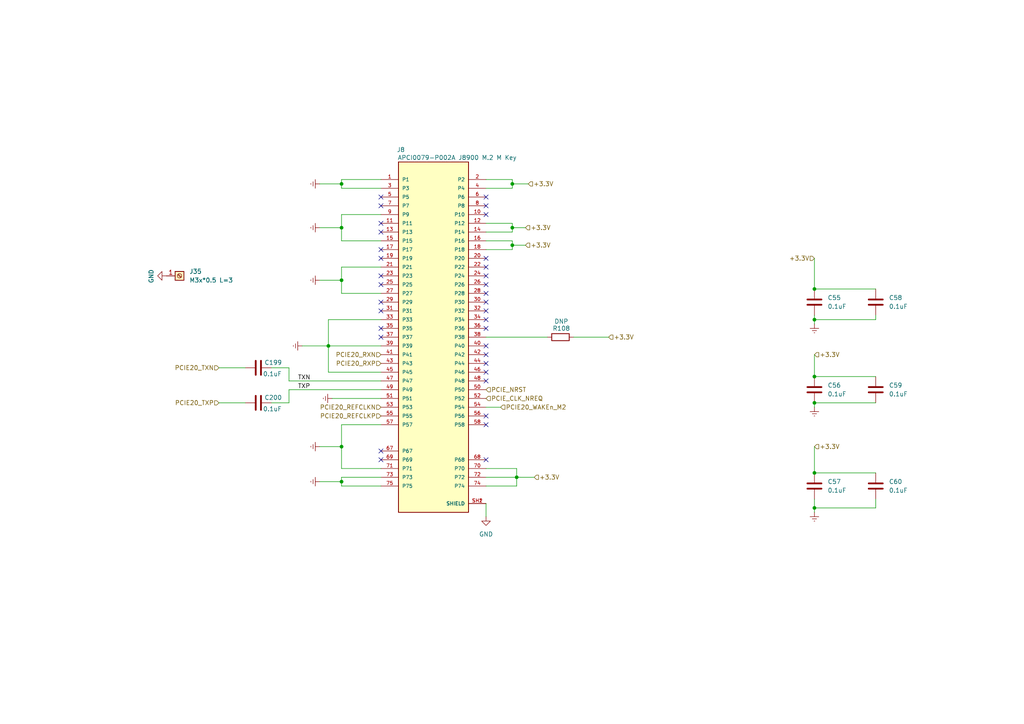
<source format=kicad_sch>
(kicad_sch (version 20250114) (generator "eeschema") (generator_version "9.0")
  (paper "A4")
  (lib_symbols
    (symbol "Connector:Screw_Terminal_01x01" (pin_names (offset 1.016) (hide yes))
      (property "Reference" "J35" (at 2.8515 1.2701 0))
      (property "Value" "M3x*0.5 L=3" (at 2.8515 -1.2699 0))
      (symbol "Screw_Terminal_01x01_1_1"
        (rectangle (start -1.27 1.27) (end 1.27 -1.27) (stroke (width 0.254)) (fill (type background)))
        (polyline (pts (xy -0.5334 0.3302) (xy 0.3302 -0.508)) (stroke (width 0.1524)))
        (polyline (pts (xy -0.3556 0.508) (xy 0.508 -0.3302)) (stroke (width 0.1524)))
        (circle (center 0 0) (radius 0.635) (stroke (width 0.1524)))
        (pin input line (at -3.81 0 0) (length 2.54) (name "1") (number "1"))
      )
    )
    (symbol "Device:C" (pin_numbers (hide yes)) (pin_names (offset 0.254))
      (property "Reference" "C" (at 0.635 2.54 0))
      (property "Value" "C" (at 0.635 -2.54 0))
      (symbol "C_0_1"
        (polyline (pts (xy -2.032 0.762) (xy 2.032 0.762)) (stroke (width 0.508)))
        (polyline (pts (xy -2.032 -0.762) (xy 2.032 -0.762)) (stroke (width 0.508)))
      )
      (symbol "C_1_1"
        (pin passive line (at 0 3.81 270) (length 2.794) (name "~") (number "1"))
        (pin passive line (at 0 -3.81 90) (length 2.794) (name "~") (number "2"))
      )
    )
    (symbol "Device:R" (pin_numbers (hide yes)) (pin_names (offset 0))
      (property "Reference" "R" (at 2.032 0 90))
      (property "Value" "R" (at 0 0 90))
      (symbol "R_0_1"
        (rectangle (start -1.016 -2.54) (end 1.016 2.54) (stroke (width 0.254)))
      )
      (symbol "R_1_1"
        (pin passive line (at 0 3.81 270) (length 1.27) (name "~") (number "1"))
        (pin passive line (at 0 -3.81 90) (length 1.27) (name "~") (number "2"))
      )
    )
    (symbol "Library:C" (pin_numbers (hide yes)) (pin_names (offset 0.254))
      (property "Reference" "C" (at 0.635 2.54 0))
      (property "Value" "C" (at 0.635 -2.54 0))
      (symbol "C_0_1"
        (polyline (pts (xy -2.032 0.762) (xy 2.032 0.762)) (stroke (width 0.508)))
        (polyline (pts (xy -2.032 -0.762) (xy 2.032 -0.762)) (stroke (width 0.508)))
      )
      (symbol "C_1_1"
        (pin passive line (at 0 3.81 270) (length 2.794) (name "~") (number "1"))
        (pin passive line (at 0 -3.81 90) (length 2.794) (name "~") (number "2"))
      )
    )
    (symbol "M.2TE:1-2199119-5" (pin_names (offset 1.016))
      (property "Reference" "J" (at -10.1938 51.7746 0))
      (property "Value" "1-2199119-5" (at -10.1934 -53.5506 0))
      (symbol "1-2199119-5_0_0"
        (rectangle (start -10.16 -50.8) (end 10.16 50.8) (stroke (width 0.254)) (fill (type background)))
        (pin passive line (at -15.24 45.72 0) (length 5.08) (name "P1") (number "1"))
        (pin passive line (at -15.24 43.18 0) (length 5.08) (name "P3") (number "3"))
        (pin passive line (at -15.24 40.64 0) (length 5.08) (name "P5") (number "5"))
        (pin passive line (at -15.24 38.1 0) (length 5.08) (name "P7") (number "7"))
        (pin passive line (at -15.24 35.56 0) (length 5.08) (name "P9") (number "9"))
        (pin passive line (at -15.24 33.02 0) (length 5.08) (name "P11") (number "11"))
        (pin passive line (at -15.24 30.48 0) (length 5.08) (name "P13") (number "13"))
        (pin passive line (at -15.24 27.94 0) (length 5.08) (name "P15") (number "15"))
        (pin passive line (at -15.24 25.4 0) (length 5.08) (name "P17") (number "17"))
        (pin passive line (at -15.24 22.86 0) (length 5.08) (name "P19") (number "19"))
        (pin passive line (at -15.24 20.32 0) (length 5.08) (name "P21") (number "21"))
        (pin passive line (at -15.24 17.78 0) (length 5.08) (name "P23") (number "23"))
        (pin passive line (at -15.24 15.24 0) (length 5.08) (name "P25") (number "25"))
        (pin passive line (at -15.24 12.7 0) (length 5.08) (name "P27") (number "27"))
        (pin passive line (at -15.24 10.16 0) (length 5.08) (name "P29") (number "29"))
        (pin passive line (at -15.24 7.62 0) (length 5.08) (name "P31") (number "31"))
        (pin passive line (at -15.24 5.08 0) (length 5.08) (name "P33") (number "33"))
        (pin passive line (at -15.24 2.54 0) (length 5.08) (name "P35") (number "35"))
        (pin passive line (at -15.24 0 0) (length 5.08) (name "P37") (number "37"))
        (pin passive line (at -15.24 -2.54 0) (length 5.08) (name "P39") (number "39"))
        (pin passive line (at -15.24 -5.08 0) (length 5.08) (name "P41") (number "41"))
        (pin passive line (at -15.24 -7.62 0) (length 5.08) (name "P43") (number "43"))
        (pin passive line (at -15.24 -10.16 0) (length 5.08) (name "P45") (number "45"))
        (pin passive line (at -15.24 -12.7 0) (length 5.08) (name "P47") (number "47"))
        (pin passive line (at -15.24 -15.24 0) (length 5.08) (name "P49") (number "49"))
        (pin passive line (at -15.24 -17.78 0) (length 5.08) (name "P51") (number "51"))
        (pin passive line (at -15.24 -20.32 0) (length 5.08) (name "P53") (number "53"))
        (pin passive line (at -15.24 -22.86 0) (length 5.08) (name "P55") (number "55"))
        (pin passive line (at -15.24 -25.4 0) (length 5.08) (name "P57") (number "57"))
        (pin passive line (at -15.24 -33.02 0) (length 5.08) (name "P67") (number "67"))
        (pin passive line (at -15.24 -35.56 0) (length 5.08) (name "P69") (number "69"))
        (pin passive line (at -15.24 -38.1 0) (length 5.08) (name "P71") (number "71"))
        (pin passive line (at -15.24 -40.64 0) (length 5.08) (name "P73") (number "73"))
        (pin passive line (at -15.24 -43.18 0) (length 5.08) (name "P75") (number "75"))
        (pin passive line (at 15.24 45.72 180) (length 5.08) (name "P2") (number "2"))
        (pin passive line (at 15.24 43.18 180) (length 5.08) (name "P4") (number "4"))
        (pin passive line (at 15.24 40.64 180) (length 5.08) (name "P6") (number "6"))
        (pin passive line (at 15.24 38.1 180) (length 5.08) (name "P8") (number "8"))
        (pin passive line (at 15.24 35.56 180) (length 5.08) (name "P10") (number "10"))
        (pin passive line (at 15.24 33.02 180) (length 5.08) (name "P12") (number "12"))
        (pin passive line (at 15.24 30.48 180) (length 5.08) (name "P14") (number "14"))
        (pin passive line (at 15.24 27.94 180) (length 5.08) (name "P16") (number "16"))
        (pin passive line (at 15.24 25.4 180) (length 5.08) (name "P18") (number "18"))
        (pin passive line (at 15.24 22.86 180) (length 5.08) (name "P20") (number "20"))
        (pin passive line (at 15.24 20.32 180) (length 5.08) (name "P22") (number "22"))
        (pin passive line (at 15.24 17.78 180) (length 5.08) (name "P24") (number "24"))
        (pin passive line (at 15.24 15.24 180) (length 5.08) (name "P26") (number "26"))
        (pin passive line (at 15.24 12.7 180) (length 5.08) (name "P28") (number "28"))
        (pin passive line (at 15.24 10.16 180) (length 5.08) (name "P30") (number "30"))
        (pin passive line (at 15.24 7.62 180) (length 5.08) (name "P32") (number "32"))
        (pin passive line (at 15.24 5.08 180) (length 5.08) (name "P34") (number "34"))
        (pin passive line (at 15.24 2.54 180) (length 5.08) (name "P36") (number "36"))
        (pin passive line (at 15.24 0 180) (length 5.08) (name "P38") (number "38"))
        (pin passive line (at 15.24 -2.54 180) (length 5.08) (name "P40") (number "40"))
        (pin passive line (at 15.24 -5.08 180) (length 5.08) (name "P42") (number "42"))
        (pin passive line (at 15.24 -7.62 180) (length 5.08) (name "P44") (number "44"))
        (pin passive line (at 15.24 -10.16 180) (length 5.08) (name "P46") (number "46"))
        (pin passive line (at 15.24 -12.7 180) (length 5.08) (name "P48") (number "48"))
        (pin passive line (at 15.24 -15.24 180) (length 5.08) (name "P50") (number "50"))
        (pin passive line (at 15.24 -17.78 180) (length 5.08) (name "P52") (number "52"))
        (pin passive line (at 15.24 -20.32 180) (length 5.08) (name "P54") (number "54"))
        (pin passive line (at 15.24 -22.86 180) (length 5.08) (name "P56") (number "56"))
        (pin passive line (at 15.24 -25.4 180) (length 5.08) (name "P58") (number "58"))
        (pin passive line (at 15.24 -35.56 180) (length 5.08) (name "P68") (number "68"))
        (pin passive line (at 15.24 -38.1 180) (length 5.08) (name "P70") (number "70"))
        (pin passive line (at 15.24 -40.64 180) (length 5.08) (name "P72") (number "72"))
        (pin passive line (at 15.24 -43.18 180) (length 5.08) (name "P74") (number "74"))
        (pin passive line (at 15.24 -48.26 180) (length 5.08) (name "SHIELD") (number "SH1"))
        (pin passive line (at 15.24 -48.26 180) (length 5.08) (name "SHIELD") (number "SH2"))
      )
    )
    (symbol "power:Earth" (power) (pin_names (offset 0))
      (symbol "Earth_0_1"
        (polyline (pts (xy -0.635 -1.905) (xy 0.635 -1.905)))
        (polyline (pts (xy -0.127 -2.54) (xy 0.127 -2.54)))
        (polyline (pts (xy 0 -1.27) (xy 0 0)))
        (polyline (pts (xy 1.27 -1.27) (xy -1.27 -1.27)))
      )
      (symbol "Earth_1_1"
        (pin power_in line (at 0 0 270) (length 0) (hide yes) (name "Earth") (number "1"))
      )
    )
    (symbol "power:GND" (power) (pin_names (offset 0))
      (property "Value" "GND" (at 0 -3.81 0))
      (symbol "GND_0_1"
        (polyline (pts (xy 0 0) (xy 0 -1.27) (xy 1.27 -1.27) (xy 0 -2.54) (xy -1.27 -1.27) (xy 0 -1.27)))
      )
      (symbol "GND_1_1"
        (pin power_in line (at 0 0 270) (length 0) (hide yes) (name "GND") (number "1"))
      )
    )
  )
  (junction (at 236.22 116.84))
  (junction (at 148.59 66.04))
  (junction (at 99.06 53.34))
  (junction (at 236.22 147.32))
  (junction (at 99.06 81.28))
  (junction (at 236.22 92.71))
  (junction (at 236.22 137.16))
  (junction (at 149.86 138.43))
  (junction (at 148.59 71.12))
  (junction (at 99.06 139.7))
  (junction (at 148.59 53.34))
  (junction (at 99.06 66.04))
  (junction (at 236.22 109.22))
  (junction (at 95.25 100.33))
  (junction (at 236.22 83.82))
  (junction (at 99.06 129.54))
  (no_connect (at 110.49 130.81))
  (no_connect (at 110.49 133.35))
  (no_connect (at 140.97 123.19))
  (no_connect (at 140.97 120.65))
  (no_connect (at 140.97 110.49))
  (no_connect (at 110.49 57.15))
  (no_connect (at 110.49 59.69))
  (no_connect (at 110.49 64.77))
  (no_connect (at 110.49 67.31))
  (no_connect (at 110.49 72.39))
  (no_connect (at 110.49 74.93))
  (no_connect (at 110.49 80.01))
  (no_connect (at 110.49 82.55))
  (no_connect (at 110.49 97.79))
  (no_connect (at 140.97 105.41))
  (no_connect (at 140.97 102.87))
  (no_connect (at 140.97 100.33))
  (no_connect (at 140.97 85.09))
  (no_connect (at 110.49 87.63))
  (no_connect (at 110.49 90.17))
  (no_connect (at 110.49 95.25))
  (no_connect (at 140.97 107.95))
  (no_connect (at 140.97 95.25))
  (no_connect (at 140.97 92.71))
  (no_connect (at 140.97 90.17))
  (no_connect (at 140.97 87.63))
  (no_connect (at 140.97 133.35))
  (no_connect (at 140.97 82.55))
  (no_connect (at 140.97 80.01))
  (no_connect (at 140.97 77.47))
  (no_connect (at 140.97 74.93))
  (no_connect (at 140.97 62.23))
  (no_connect (at 140.97 59.69))
  (no_connect (at 140.97 57.15))
  (wire (pts (xy 166.37 97.79) (xy 176.53 97.79)))
  (wire (pts (xy 148.59 53.34) (xy 148.59 54.61)))
  (wire (pts (xy 110.49 77.47) (xy 99.06 77.47)))
  (wire (pts (xy 149.86 138.43) (xy 154.94 138.43)))
  (wire (pts (xy 99.06 140.97) (xy 110.49 140.97)))
  (wire (pts (xy 99.06 52.07) (xy 99.06 53.34)))
  (wire (pts (xy 148.59 66.04) (xy 152.4 66.04)))
  (wire (pts (xy 92.71 66.04) (xy 99.06 66.04)))
  (wire (pts (xy 78.74 106.68) (xy 83.82 106.68)))
  (wire (pts (xy 236.22 148.59) (xy 236.22 147.32)))
  (wire (pts (xy 149.86 140.97) (xy 149.86 138.43)))
  (wire (pts (xy 140.97 72.39) (xy 148.59 72.39)))
  (wire (pts (xy 236.22 83.82) (xy 254 83.82)))
  (wire (pts (xy 149.86 135.89) (xy 149.86 138.43)))
  (wire (pts (xy 63.5 116.84) (xy 71.12 116.84)))
  (wire (pts (xy 99.06 52.07) (xy 110.49 52.07)))
  (wire (pts (xy 140.97 135.89) (xy 149.86 135.89)))
  (wire (pts (xy 99.06 129.54) (xy 99.06 135.89)))
  (wire (pts (xy 149.86 138.43) (xy 140.97 138.43)))
  (wire (pts (xy 140.97 64.77) (xy 148.59 64.77)))
  (wire (pts (xy 99.06 62.23) (xy 99.06 66.04)))
  (wire (pts (xy 87.63 100.33) (xy 95.25 100.33)))
  (wire (pts (xy 236.22 129.54) (xy 236.22 137.16)))
  (wire (pts (xy 92.71 139.7) (xy 99.06 139.7)))
  (wire (pts (xy 145.2073 118.11) (xy 140.97 118.11)))
  (wire (pts (xy 95.25 92.71) (xy 110.49 92.71)))
  (wire (pts (xy 140.97 149.86) (xy 140.97 146.05)))
  (wire (pts (xy 148.59 69.85) (xy 148.59 71.12)))
  (wire (pts (xy 92.71 129.54) (xy 99.06 129.54)))
  (wire (pts (xy 236.22 147.32) (xy 236.22 144.78)))
  (wire (pts (xy 99.06 66.04) (xy 99.06 69.85)))
  (wire (pts (xy 83.82 113.03) (xy 110.49 113.03)))
  (wire (pts (xy 99.06 69.85) (xy 110.49 69.85)))
  (wire (pts (xy 99.06 77.47) (xy 99.06 81.28)))
  (wire (pts (xy 236.22 118.11) (xy 236.22 116.84)))
  (wire (pts (xy 236.22 91.44) (xy 236.22 92.71)))
  (wire (pts (xy 99.06 139.7) (xy 99.06 140.97)))
  (wire (pts (xy 236.22 92.71) (xy 236.22 93.98)))
  (wire (pts (xy 148.59 71.12) (xy 152.4 71.12)))
  (wire (pts (xy 110.49 138.43) (xy 99.06 138.43)))
  (wire (pts (xy 236.22 74.93) (xy 236.22 83.82)))
  (wire (pts (xy 99.06 123.19) (xy 99.06 129.54)))
  (wire (pts (xy 83.82 116.84) (xy 78.74 116.84)))
  (wire (pts (xy 99.06 54.61) (xy 110.49 54.61)))
  (wire (pts (xy 140.97 69.85) (xy 148.59 69.85)))
  (wire (pts (xy 236.22 92.71) (xy 254 92.71)))
  (wire (pts (xy 83.82 110.49) (xy 110.49 110.49)))
  (wire (pts (xy 110.49 123.19) (xy 99.06 123.19)))
  (wire (pts (xy 140.97 52.07) (xy 148.59 52.07)))
  (wire (pts (xy 236.22 147.32) (xy 254 147.32)))
  (wire (pts (xy 63.5 106.68) (xy 71.12 106.68)))
  (wire (pts (xy 148.59 52.07) (xy 148.59 53.34)))
  (wire (pts (xy 95.25 100.33) (xy 110.49 100.33)))
  (wire (pts (xy 140.97 97.79) (xy 158.75 97.79)))
  (wire (pts (xy 92.71 81.28) (xy 99.06 81.28)))
  (wire (pts (xy 99.06 53.34) (xy 99.06 54.61)))
  (wire (pts (xy 148.59 54.61) (xy 140.97 54.61)))
  (wire (pts (xy 148.59 64.77) (xy 148.59 66.04)))
  (wire (pts (xy 148.59 66.04) (xy 148.59 67.31)))
  (wire (pts (xy 92.71 53.34) (xy 99.06 53.34)))
  (wire (pts (xy 99.06 135.89) (xy 110.49 135.89)))
  (wire (pts (xy 99.06 81.28) (xy 99.06 85.09)))
  (wire (pts (xy 148.59 67.31) (xy 140.97 67.31)))
  (wire (pts (xy 95.25 92.71) (xy 95.25 100.33)))
  (wire (pts (xy 83.82 116.84) (xy 83.82 113.03)))
  (wire (pts (xy 148.59 53.34) (xy 153.2196 53.34)))
  (wire (pts (xy 148.59 71.12) (xy 148.59 72.39)))
  (wire (pts (xy 96.3155 115.57) (xy 110.49 115.57)))
  (wire (pts (xy 254 144.78) (xy 254 147.32)))
  (wire (pts (xy 95.25 107.95) (xy 110.49 107.95)))
  (wire (pts (xy 236.22 109.22) (xy 254 109.22)))
  (wire (pts (xy 236.22 137.16) (xy 254 137.16)))
  (wire (pts (xy 236.22 102.87) (xy 236.22 109.22)))
  (wire (pts (xy 254 91.44) (xy 254 92.71)))
  (wire (pts (xy 95.25 107.95) (xy 95.25 100.33)))
  (wire (pts (xy 140.97 140.97) (xy 149.86 140.97)))
  (wire (pts (xy 110.49 62.23) (xy 99.06 62.23)))
  (wire (pts (xy 99.06 85.09) (xy 110.49 85.09)))
  (wire (pts (xy 99.06 138.43) (xy 99.06 139.7)))
  (wire (pts (xy 83.82 106.68) (xy 83.82 110.49)))
  (wire (pts (xy 236.22 116.84) (xy 254 116.84)))
  (label "TXP" (at 86.36 113.03 0))
  (label "TXN" (at 86.36 110.49 0))
  (hierarchical_label "PCIE20_WAKEn_M2" (shape input) (at 145.2073 118.11 0))
  (hierarchical_label "PCIE20_REFCLKN" (shape input) (at 110.49 118.11 180))
  (hierarchical_label "+3.3V" (shape input) (at 236.22 102.87 0))
  (hierarchical_label "+3.3V" (shape input) (at 176.53 97.79 0))
  (hierarchical_label "+3.3V" (shape input) (at 153.2196 53.34 0))
  (hierarchical_label "PCIE20_TXN" (shape input) (at 63.5 106.68 180))
  (hierarchical_label "PCIE20_RXN" (shape input) (at 110.49 102.87 180))
  (hierarchical_label "+3.3V" (shape input) (at 152.4 66.04 0))
  (hierarchical_label "+3.3V" (shape input) (at 236.22 129.54 0))
  (hierarchical_label "PCIE_CLK_NREQ" (shape input) (at 140.97 115.57 0))
  (hierarchical_label "PCIE20_REFCLKP" (shape input) (at 110.49 120.65 180))
  (hierarchical_label "PCIE20_RXP" (shape input) (at 110.49 105.41 180))
  (hierarchical_label "+3.3V" (shape input) (at 236.22 74.93 180))
  (hierarchical_label "+3.3V" (shape input) (at 154.94 138.43 0))
  (hierarchical_label "PCIE_NRST" (shape input) (at 140.97 113.03 0))
  (hierarchical_label "+3.3V" (shape input) (at 152.4 71.12 0))
  (hierarchical_label "PCIE20_TXP" (shape input) (at 63.5 116.84 180))
  (symbol (lib_id "M.2TE:1-2199119-5") (at 125.73 97.79 0) (unit 1)
    (property "Reference" "J8" (at 115.062 43.434 0) (effects (justify left)))
    (property "Value" "APCI0079-P002A J8900 M.2 M Key" (at 115.316 45.72 0) (effects (justify left)))
    (property "Footprint" "Library:APCI0079-P002A J8900 M.2 M Key" (effects (hide yes)))
    (property "Comment" "1-2199119-5" (effects (hide yes)))
    (property "MPN" "APCI0079-P002A J8900 M.2 M Key" (effects (hide yes)))
  )
  (symbol (lib_id "power:Earth") (at 92.71 139.7 270) (unit 1)
    (property "Reference" "#PWR0177" (effects (hide yes)))
    (property "Value" "Earth" (effects (hide yes)))
    (property "Description" "Power symbol creates a global label with name \"Earth\"" (effects (hide yes)))
  )
  (symbol (lib_id "power:Earth") (at 92.71 66.04 270) (unit 1)
    (property "Reference" "#PWR0105" (effects (hide yes)))
    (property "Value" "Earth" (effects (hide yes)))
    (property "Description" "Power symbol creates a global label with name \"Earth\"" (effects (hide yes)))
  )
  (symbol (lib_id "power:Earth") (at 96.3155 115.57 270) (unit 1)
    (property "Reference" "#PWR0181" (effects (hide yes)))
    (property "Value" "Earth" (effects (hide yes)))
    (property "Description" "Power symbol creates a global label with name \"Earth\"" (effects (hide yes)))
  )
  (symbol (lib_id "Device:C") (at 254 140.97 0) (unit 1)
    (property "Reference" "C60" (at 257.81 139.6999 0) (effects (justify left)))
    (property "Value" "0.1uF" (at 257.81 142.2399 0) (effects (justify left)))
    (property "Footprint" "Capacitor_SMD:C_0603_1608Metric" (effects (hide yes)))
  )
  (symbol (lib_id "power:Earth") (at 236.22 148.59 0) (unit 1)
    (property "Reference" "#PWR0182" (effects (hide yes)))
    (property "Value" "Earth" (effects (hide yes)))
    (property "Description" "Power symbol creates a global label with name \"Earth\"" (effects (hide yes)))
  )
  (symbol (lib_id "Library:C") (at 74.93 116.84 90) (unit 1)
    (property "Reference" "C200" (at 79.248 115.316 90))
    (property "Value" "0.1uF" (at 78.994 118.618 90))
    (property "Footprint" "Capacitor_SMD:C_0603_1608Metric" (effects (hide yes)))
  )
  (symbol (lib_id "Library:C") (at 74.93 106.68 90) (unit 1)
    (property "Reference" "C199" (at 79.248 105.156 90))
    (property "Value" "0.1uF" (at 78.994 108.458 90))
    (property "Footprint" "Capacitor_SMD:C_0603_1608Metric" (effects (hide yes)))
  )
  (symbol (lib_id "power:Earth") (at 92.71 53.34 270) (unit 1)
    (property "Reference" "#PWR0104" (effects (hide yes)))
    (property "Value" "Earth" (effects (hide yes)))
    (property "Description" "Power symbol creates a global label with name \"Earth\"" (effects (hide yes)))
  )
  (symbol (lib_id "power:Earth") (at 87.63 100.33 270) (unit 1)
    (property "Reference" "#PWR0180" (effects (hide yes)))
    (property "Value" "Earth" (effects (hide yes)))
    (property "Description" "Power symbol creates a global label with name \"Earth\"" (effects (hide yes)))
  )
  (symbol (lib_id "power:Earth") (at 92.71 81.28 270) (unit 1)
    (property "Reference" "#PWR0179" (effects (hide yes)))
    (property "Value" "Earth" (effects (hide yes)))
    (property "Description" "Power symbol creates a global label with name \"Earth\"" (effects (hide yes)))
  )
  (symbol (lib_id "Device:C") (at 254 113.03 0) (unit 1)
    (property "Reference" "C59" (at 257.81 111.7599 0) (effects (justify left)))
    (property "Value" "0.1uF" (at 257.81 114.2999 0) (effects (justify left)))
    (property "Footprint" "Capacitor_SMD:C_0603_1608Metric" (effects (hide yes)))
  )
  (symbol (lib_id "power:Earth") (at 236.22 93.98 0) (unit 1)
    (property "Reference" "#PWR0184" (effects (hide yes)))
    (property "Value" "Earth" (effects (hide yes)))
    (property "Description" "Power symbol creates a global label with name \"Earth\"" (effects (hide yes)))
  )
  (symbol (lib_id "power:GND") (at 140.97 149.86 0) (unit 1)
    (property "Reference" "#PWR0178" (effects (hide yes)))
    (property "Value" "GND" (at 140.97 154.94 0))
  )
  (symbol (lib_id "Device:R") (at 162.56 97.79 270) (unit 1)
    (property "Reference" "R108" (at 162.814 95.25 90))
    (property "Value" "DNP" (at 162.814 93.218 90))
    (property "Footprint" "Resistor_SMD:R_0603_1608Metric" (effects (hide yes)))
  )
  (symbol (lib_id "Device:C") (at 254 87.63 0) (unit 1)
    (property "Reference" "C58" (at 257.81 86.3599 0) (effects (justify left)))
    (property "Value" "0.1uF" (at 257.81 88.8999 0) (effects (justify left)))
    (property "Footprint" "Capacitor_SMD:C_0603_1608Metric" (effects (hide yes)))
  )
  (symbol (lib_id "power:GND") (at 48.26 80.01 270) (unit 1)
    (property "Reference" "#PWR0255" (effects (hide yes)))
    (property "Value" "GND" (at 43.8658 80.137 0))
  )
  (symbol (lib_id "power:Earth") (at 236.22 118.11 0) (unit 1)
    (property "Reference" "#PWR0183" (effects (hide yes)))
    (property "Value" "Earth" (effects (hide yes)))
    (property "Description" "Power symbol creates a global label with name \"Earth\"" (effects (hide yes)))
  )
  (symbol (lib_id "Device:C") (at 236.22 113.03 0) (unit 1)
    (property "Reference" "C56" (at 240.03 111.7599 0) (effects (justify left)))
    (property "Value" "0.1uF" (at 240.03 114.2999 0) (effects (justify left)))
    (property "Footprint" "Capacitor_SMD:C_0603_1608Metric" (effects (hide yes)))
  )
  (symbol (lib_id "Device:C") (at 236.22 140.97 0) (unit 1)
    (property "Reference" "C57" (at 240.03 139.6999 0) (effects (justify left)))
    (property "Value" "0.1uF" (at 240.03 142.2399 0) (effects (justify left)))
    (property "Footprint" "Capacitor_SMD:C_0603_1608Metric" (effects (hide yes)))
  )
  (symbol (lib_id "Connector:Screw_Terminal_01x01") (at 52.07 80.01 0) (unit 1)
    (property "Reference" "J35" (at 54.9215 78.7399 0) (effects (justify left)))
    (property "Value" "M3x*0.5 L=3" (at 54.9215 81.2799 0) (effects (justify left)))
    (property "Footprint" "Footprint:Screw Terminal Shinbo" (effects (hide yes)))
    (property "Description" "Board mounting elevator    M3 hole size, 4 pins PCB-64-M3" (effects (hide yes)))
    (property "MPN" "SMTSO-M3-3ET" (effects (hide yes)))
  )
  (symbol (lib_id "power:Earth") (at 92.71 129.54 270) (unit 1)
    (property "Reference" "#PWR0106" (effects (hide yes)))
    (property "Value" "Earth" (effects (hide yes)))
    (property "Description" "Power symbol creates a global label with name \"Earth\"" (effects (hide yes)))
  )
  (symbol (lib_id "Device:C") (at 236.22 87.63 0) (unit 1)
    (property "Reference" "C55" (at 240.03 86.3599 0) (effects (justify left)))
    (property "Value" "0.1uF" (at 240.03 88.8999 0) (effects (justify left)))
    (property "Footprint" "Capacitor_SMD:C_0603_1608Metric" (effects (hide yes)))
  )
)
</source>
